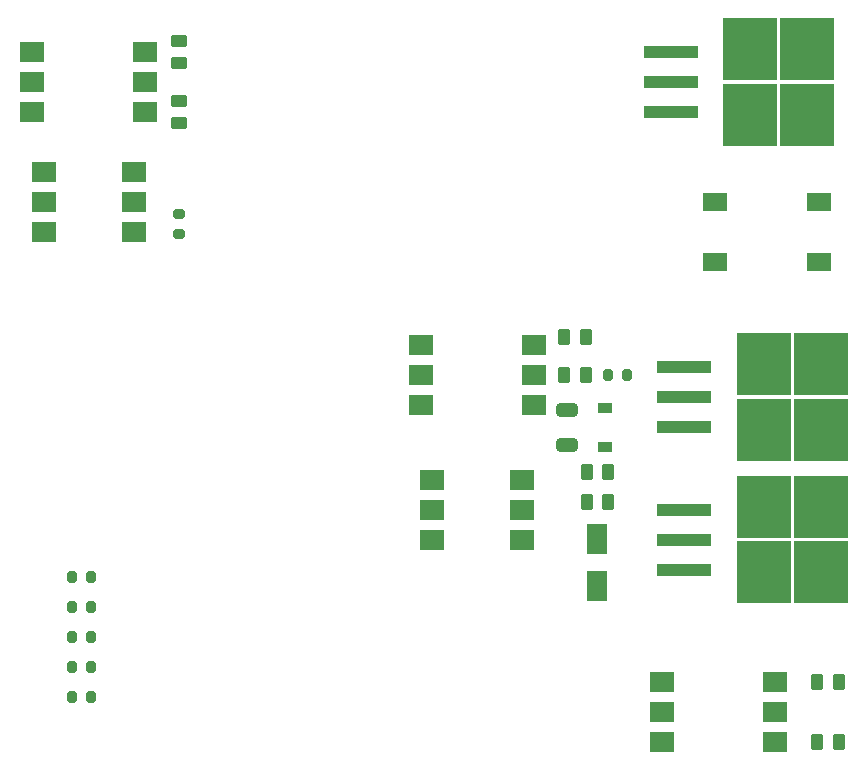
<source format=gtp>
G04 #@! TF.GenerationSoftware,KiCad,Pcbnew,(6.0.0-0)*
G04 #@! TF.CreationDate,2022-03-09T14:35:56+01:00*
G04 #@! TF.ProjectId,prototype-2,70726f74-6f74-4797-9065-2d322e6b6963,rev?*
G04 #@! TF.SameCoordinates,Original*
G04 #@! TF.FileFunction,Paste,Top*
G04 #@! TF.FilePolarity,Positive*
%FSLAX46Y46*%
G04 Gerber Fmt 4.6, Leading zero omitted, Abs format (unit mm)*
G04 Created by KiCad (PCBNEW (6.0.0-0)) date 2022-03-09 14:35:56*
%MOMM*%
%LPD*%
G01*
G04 APERTURE LIST*
G04 Aperture macros list*
%AMRoundRect*
0 Rectangle with rounded corners*
0 $1 Rounding radius*
0 $2 $3 $4 $5 $6 $7 $8 $9 X,Y pos of 4 corners*
0 Add a 4 corners polygon primitive as box body*
4,1,4,$2,$3,$4,$5,$6,$7,$8,$9,$2,$3,0*
0 Add four circle primitives for the rounded corners*
1,1,$1+$1,$2,$3*
1,1,$1+$1,$4,$5*
1,1,$1+$1,$6,$7*
1,1,$1+$1,$8,$9*
0 Add four rect primitives between the rounded corners*
20,1,$1+$1,$2,$3,$4,$5,0*
20,1,$1+$1,$4,$5,$6,$7,0*
20,1,$1+$1,$6,$7,$8,$9,0*
20,1,$1+$1,$8,$9,$2,$3,0*%
G04 Aperture macros list end*
%ADD10RoundRect,0.250000X-0.262500X-0.450000X0.262500X-0.450000X0.262500X0.450000X-0.262500X0.450000X0*%
%ADD11RoundRect,0.250000X0.262500X0.450000X-0.262500X0.450000X-0.262500X-0.450000X0.262500X-0.450000X0*%
%ADD12R,4.550000X5.250000*%
%ADD13R,4.600000X1.100000*%
%ADD14R,1.800000X2.500000*%
%ADD15R,2.000000X1.780000*%
%ADD16RoundRect,0.200000X-0.275000X0.200000X-0.275000X-0.200000X0.275000X-0.200000X0.275000X0.200000X0*%
%ADD17R,1.200000X0.900000*%
%ADD18RoundRect,0.200000X-0.200000X-0.275000X0.200000X-0.275000X0.200000X0.275000X-0.200000X0.275000X0*%
%ADD19RoundRect,0.200000X0.200000X0.275000X-0.200000X0.275000X-0.200000X-0.275000X0.200000X-0.275000X0*%
%ADD20RoundRect,0.250000X-0.450000X0.262500X-0.450000X-0.262500X0.450000X-0.262500X0.450000X0.262500X0*%
%ADD21R,2.000000X1.500000*%
%ADD22RoundRect,0.250000X0.650000X-0.325000X0.650000X0.325000X-0.650000X0.325000X-0.650000X-0.325000X0*%
G04 APERTURE END LIST*
D10*
X158992500Y-93980000D03*
X160817500Y-93980000D03*
D11*
X158992500Y-91440000D03*
X160817500Y-91440000D03*
D12*
X178840000Y-94380000D03*
X173990000Y-94380000D03*
X173990000Y-99930000D03*
X178840000Y-99930000D03*
D13*
X167265000Y-94615000D03*
X167265000Y-97155000D03*
X167265000Y-99695000D03*
D14*
X159905000Y-97060000D03*
X159905000Y-101060000D03*
D15*
X154510000Y-85725000D03*
X154510000Y-83185000D03*
X154510000Y-80645000D03*
X144980000Y-80645000D03*
X144980000Y-83185000D03*
X144980000Y-85725000D03*
D11*
X157087500Y-80010000D03*
X158912500Y-80010000D03*
D16*
X124460000Y-69595000D03*
X124460000Y-71245000D03*
D17*
X160540000Y-89280000D03*
X160540000Y-85980000D03*
D18*
X115380000Y-110490000D03*
X117030000Y-110490000D03*
D11*
X180340000Y-114300000D03*
X178515000Y-114300000D03*
D19*
X117030000Y-100330000D03*
X115380000Y-100330000D03*
D18*
X115380000Y-107950000D03*
X117030000Y-107950000D03*
X115380000Y-102870000D03*
X117030000Y-102870000D03*
D20*
X124460000Y-60047500D03*
X124460000Y-61872500D03*
D15*
X113030000Y-66040000D03*
X113030000Y-68580000D03*
X113030000Y-71120000D03*
X120650000Y-71120000D03*
X120650000Y-68580000D03*
X120650000Y-66040000D03*
D11*
X158912500Y-83185000D03*
X157087500Y-83185000D03*
D15*
X121605000Y-60960000D03*
X121605000Y-58420000D03*
X121605000Y-55880000D03*
X112075000Y-55880000D03*
X112075000Y-58420000D03*
X112075000Y-60960000D03*
X145935000Y-92075000D03*
X145935000Y-94615000D03*
X145935000Y-97155000D03*
X153555000Y-97155000D03*
X153555000Y-94615000D03*
X153555000Y-92075000D03*
D12*
X178840000Y-82315000D03*
X178840000Y-87865000D03*
X173990000Y-82315000D03*
X173990000Y-87865000D03*
D13*
X167265000Y-82550000D03*
X167265000Y-85090000D03*
X167265000Y-87630000D03*
D19*
X162445000Y-83185000D03*
X160795000Y-83185000D03*
D21*
X169885000Y-68570000D03*
X169885000Y-73670000D03*
X178625000Y-73670000D03*
X178625000Y-68570000D03*
D22*
X157365000Y-86155000D03*
X157365000Y-89105000D03*
D11*
X180340000Y-109220000D03*
X178515000Y-109220000D03*
D15*
X174945000Y-114300000D03*
X174945000Y-111760000D03*
X174945000Y-109220000D03*
X165415000Y-109220000D03*
X165415000Y-111760000D03*
X165415000Y-114300000D03*
D12*
X177685000Y-61195000D03*
X172835000Y-61195000D03*
X177685000Y-55645000D03*
X172835000Y-55645000D03*
D13*
X166110000Y-55880000D03*
X166110000Y-58420000D03*
X166110000Y-60960000D03*
D19*
X115380000Y-105410000D03*
X117030000Y-105410000D03*
D20*
X124460000Y-54967500D03*
X124460000Y-56792500D03*
M02*

</source>
